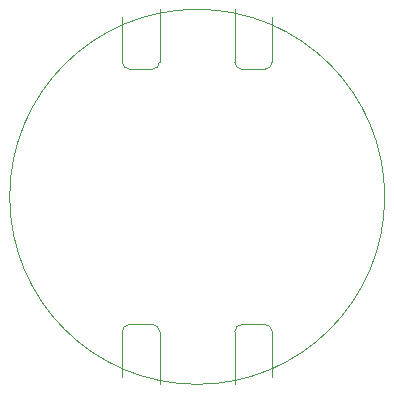
<source format=gbr>
%TF.GenerationSoftware,KiCad,Pcbnew,(5.1.9)-1*%
%TF.CreationDate,2022-07-15T12:13:22-04:00*%
%TF.ProjectId,X-Band_EPR_LGR_BOTTOM,582d4261-6e64-45f4-9550-525f4c47525f,1.0*%
%TF.SameCoordinates,Original*%
%TF.FileFunction,Profile,NP*%
%FSLAX46Y46*%
G04 Gerber Fmt 4.6, Leading zero omitted, Abs format (unit mm)*
G04 Created by KiCad (PCBNEW (5.1.9)-1) date 2022-07-15 12:13:22*
%MOMM*%
%LPD*%
G01*
G04 APERTURE LIST*
%TA.AperFunction,Profile*%
%ADD10C,0.050000*%
%TD*%
G04 APERTURE END LIST*
D10*
X103175000Y-115875000D02*
X103175000Y-111430000D01*
X106350000Y-111430000D02*
X106350000Y-115240000D01*
X103810000Y-110795000D02*
G75*
G03*
X103175000Y-111430000I0J-635000D01*
G01*
X103810000Y-110795000D02*
X105715000Y-110795000D01*
X106350000Y-111430000D02*
G75*
G03*
X105715000Y-110795000I-635000J0D01*
G01*
X93650000Y-115240000D02*
X93650000Y-111430000D01*
X96825000Y-111430000D02*
X96825000Y-115875000D01*
X94285000Y-110795000D02*
G75*
G03*
X93650000Y-111430000I0J-635000D01*
G01*
X94285000Y-110795000D02*
X96190000Y-110795000D01*
X96825000Y-111430000D02*
G75*
G03*
X96190000Y-110795000I-635000J0D01*
G01*
X103175000Y-84125000D02*
X103175000Y-88570000D01*
X106350000Y-88570000D02*
X106350000Y-84760000D01*
X103810000Y-89205000D02*
G75*
G02*
X103175000Y-88570000I0J635000D01*
G01*
X103810000Y-89205000D02*
X105715000Y-89205000D01*
X106350000Y-88570000D02*
G75*
G02*
X105715000Y-89205000I-635000J0D01*
G01*
X96825000Y-88570000D02*
G75*
G02*
X96190000Y-89205000I-635000J0D01*
G01*
X94285000Y-89205000D02*
G75*
G02*
X93650000Y-88570000I0J635000D01*
G01*
X96825000Y-88570000D02*
X96825000Y-84125000D01*
X94285000Y-89205000D02*
X96190000Y-89205000D01*
X93650000Y-84760000D02*
X93650000Y-88570000D01*
X115875000Y-100000000D02*
G75*
G03*
X115875000Y-100000000I-15875000J0D01*
G01*
M02*

</source>
